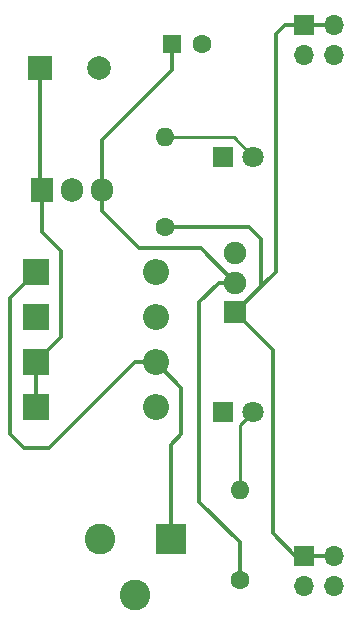
<source format=gtl>
%TF.GenerationSoftware,KiCad,Pcbnew,5.1.7-a382d34a8~87~ubuntu20.04.1*%
%TF.CreationDate,2020-11-05T15:25:51-03:00*%
%TF.ProjectId,Power_Suply,506f7765-725f-4537-9570-6c792e6b6963,1*%
%TF.SameCoordinates,Original*%
%TF.FileFunction,Copper,L1,Top*%
%TF.FilePolarity,Positive*%
%FSLAX46Y46*%
G04 Gerber Fmt 4.6, Leading zero omitted, Abs format (unit mm)*
G04 Created by KiCad (PCBNEW 5.1.7-a382d34a8~87~ubuntu20.04.1) date 2020-11-05 15:25:51*
%MOMM*%
%LPD*%
G01*
G04 APERTURE LIST*
%TA.AperFunction,ComponentPad*%
%ADD10R,2.000000X2.000000*%
%TD*%
%TA.AperFunction,ComponentPad*%
%ADD11C,2.000000*%
%TD*%
%TA.AperFunction,ComponentPad*%
%ADD12R,1.600000X1.600000*%
%TD*%
%TA.AperFunction,ComponentPad*%
%ADD13C,1.600000*%
%TD*%
%TA.AperFunction,ComponentPad*%
%ADD14O,2.200000X2.200000*%
%TD*%
%TA.AperFunction,ComponentPad*%
%ADD15R,2.200000X2.200000*%
%TD*%
%TA.AperFunction,ComponentPad*%
%ADD16R,1.800000X1.800000*%
%TD*%
%TA.AperFunction,ComponentPad*%
%ADD17C,1.800000*%
%TD*%
%TA.AperFunction,ComponentPad*%
%ADD18R,2.600000X2.600000*%
%TD*%
%TA.AperFunction,ComponentPad*%
%ADD19C,2.600000*%
%TD*%
%TA.AperFunction,ComponentPad*%
%ADD20R,1.700000X1.700000*%
%TD*%
%TA.AperFunction,ComponentPad*%
%ADD21O,1.700000X1.700000*%
%TD*%
%TA.AperFunction,ComponentPad*%
%ADD22O,1.600000X1.600000*%
%TD*%
%TA.AperFunction,ComponentPad*%
%ADD23R,1.900000X1.900000*%
%TD*%
%TA.AperFunction,ComponentPad*%
%ADD24C,1.900000*%
%TD*%
%TA.AperFunction,ComponentPad*%
%ADD25R,1.905000X2.000000*%
%TD*%
%TA.AperFunction,ComponentPad*%
%ADD26O,1.905000X2.000000*%
%TD*%
%TA.AperFunction,Conductor*%
%ADD27C,0.300000*%
%TD*%
%TA.AperFunction,Conductor*%
%ADD28C,0.250000*%
%TD*%
G04 APERTURE END LIST*
D10*
%TO.P,C1,1*%
%TO.N,/Vin*%
X53975000Y-70358000D03*
D11*
%TO.P,C1,2*%
%TO.N,/V-*%
X58975000Y-70358000D03*
%TD*%
D12*
%TO.P,C2,1*%
%TO.N,/Vout1*%
X65151000Y-68326000D03*
D13*
%TO.P,C2,2*%
%TO.N,/V-*%
X67651000Y-68326000D03*
%TD*%
D14*
%TO.P,D1,2*%
%TO.N,Net-(D1-Pad2)*%
X63754000Y-95250000D03*
D15*
%TO.P,D1,1*%
%TO.N,/Vin*%
X53594000Y-95250000D03*
%TD*%
D14*
%TO.P,D2,2*%
%TO.N,/V-*%
X63754000Y-87630000D03*
D15*
%TO.P,D2,1*%
%TO.N,Net-(D1-Pad2)*%
X53594000Y-87630000D03*
%TD*%
%TO.P,D3,1*%
%TO.N,/Vin*%
X53594000Y-99060000D03*
D14*
%TO.P,D3,2*%
%TO.N,Net-(D3-Pad2)*%
X63754000Y-99060000D03*
%TD*%
D15*
%TO.P,D4,1*%
%TO.N,Net-(D3-Pad2)*%
X53594000Y-91440000D03*
D14*
%TO.P,D4,2*%
%TO.N,/V-*%
X63754000Y-91440000D03*
%TD*%
D16*
%TO.P,D5,1*%
%TO.N,/V-*%
X69469000Y-99441000D03*
D17*
%TO.P,D5,2*%
%TO.N,Net-(D5-Pad2)*%
X72009000Y-99441000D03*
%TD*%
%TO.P,D6,2*%
%TO.N,Net-(D6-Pad2)*%
X72009000Y-77851000D03*
D16*
%TO.P,D6,1*%
%TO.N,/V-*%
X69469000Y-77851000D03*
%TD*%
D18*
%TO.P,J1,1*%
%TO.N,Net-(D1-Pad2)*%
X65024000Y-110236000D03*
D19*
%TO.P,J1,2*%
%TO.N,Net-(D3-Pad2)*%
X59024000Y-110236000D03*
%TO.P,J1,3*%
%TO.N,Net-(J1-Pad3)*%
X62024000Y-114936000D03*
%TD*%
D20*
%TO.P,J2,1*%
%TO.N,/Vout2*%
X76327000Y-66675000D03*
D21*
%TO.P,J2,2*%
X78867000Y-66675000D03*
%TO.P,J2,3*%
%TO.N,/V-*%
X76327000Y-69215000D03*
%TO.P,J2,4*%
X78867000Y-69215000D03*
%TD*%
%TO.P,J3,4*%
%TO.N,/V-*%
X78867000Y-114173000D03*
%TO.P,J3,3*%
X76327000Y-114173000D03*
%TO.P,J3,2*%
%TO.N,/Vout2*%
X78867000Y-111633000D03*
D20*
%TO.P,J3,1*%
X76327000Y-111633000D03*
%TD*%
D13*
%TO.P,R1,1*%
%TO.N,/Vout1*%
X70866000Y-113665000D03*
D22*
%TO.P,R1,2*%
%TO.N,Net-(D5-Pad2)*%
X70866000Y-106045000D03*
%TD*%
%TO.P,R2,2*%
%TO.N,Net-(D6-Pad2)*%
X64516000Y-76200000D03*
D13*
%TO.P,R2,1*%
%TO.N,/Vout2*%
X64516000Y-83820000D03*
%TD*%
D23*
%TO.P,SW1,1*%
%TO.N,/Vout2*%
X70485000Y-91026000D03*
D24*
%TO.P,SW1,2*%
%TO.N,/Vout1*%
X70485000Y-88526000D03*
%TO.P,SW1,3*%
%TO.N,Net-(SW1-Pad3)*%
X70485000Y-86026000D03*
%TD*%
D25*
%TO.P,U1,1*%
%TO.N,/Vin*%
X54102000Y-80645000D03*
D26*
%TO.P,U1,2*%
%TO.N,/V-*%
X56642000Y-80645000D03*
%TO.P,U1,3*%
%TO.N,/Vout1*%
X59182000Y-80645000D03*
%TD*%
D27*
%TO.N,/Vin*%
X53975000Y-80518000D02*
X54102000Y-80645000D01*
X53975000Y-70358000D02*
X53975000Y-80518000D01*
X53594000Y-99060000D02*
X53594000Y-95250000D01*
X54102000Y-80645000D02*
X54102000Y-84201000D01*
X54102000Y-84201000D02*
X55753000Y-85852000D01*
X55753000Y-93091000D02*
X53594000Y-95250000D01*
X55753000Y-85852000D02*
X55753000Y-93091000D01*
%TO.N,/Vout1*%
X70866000Y-113665000D02*
X70866000Y-113157000D01*
X70866000Y-113665000D02*
X70866000Y-110490000D01*
X70866000Y-110490000D02*
X67437000Y-107061000D01*
X67437000Y-107061000D02*
X67437000Y-90170000D01*
X69081000Y-88526000D02*
X70485000Y-88526000D01*
X67437000Y-90170000D02*
X69081000Y-88526000D01*
X59182000Y-80645000D02*
X59182000Y-81153000D01*
X65151000Y-68326000D02*
X65151000Y-70485000D01*
X59182000Y-76454000D02*
X59182000Y-80645000D01*
X65151000Y-70485000D02*
X59182000Y-76454000D01*
X59182000Y-80645000D02*
X59182000Y-82423000D01*
X59182000Y-82423000D02*
X62357000Y-85598000D01*
X67557000Y-85598000D02*
X70485000Y-88526000D01*
X62357000Y-85598000D02*
X67557000Y-85598000D01*
%TO.N,Net-(D1-Pad2)*%
X65024000Y-110236000D02*
X65024000Y-102235000D01*
X65024000Y-102235000D02*
X65913000Y-101346000D01*
X65913000Y-97409000D02*
X63754000Y-95250000D01*
X65913000Y-101346000D02*
X65913000Y-97409000D01*
X63754000Y-95250000D02*
X61976000Y-95250000D01*
X61976000Y-95250000D02*
X54737000Y-102489000D01*
X54737000Y-102489000D02*
X52578000Y-102489000D01*
X52578000Y-102489000D02*
X51435000Y-101346000D01*
X51435000Y-89789000D02*
X53594000Y-87630000D01*
X51435000Y-101346000D02*
X51435000Y-89789000D01*
D28*
%TO.N,Net-(D5-Pad2)*%
X70866000Y-100584000D02*
X72009000Y-99441000D01*
X70866000Y-106045000D02*
X70866000Y-100584000D01*
D27*
%TO.N,/Vout2*%
X78867000Y-111633000D02*
X76327000Y-111633000D01*
X76327000Y-111633000D02*
X75565000Y-111633000D01*
X75565000Y-111633000D02*
X73660000Y-109728000D01*
X73660000Y-94201000D02*
X70485000Y-91026000D01*
X73660000Y-109728000D02*
X73660000Y-94201000D01*
X78867000Y-66675000D02*
X76327000Y-66675000D01*
X64516000Y-83820000D02*
X71628000Y-83820000D01*
X71628000Y-83820000D02*
X72644000Y-84836000D01*
X72644000Y-88867000D02*
X70485000Y-91026000D01*
X72644000Y-84836000D02*
X72644000Y-88867000D01*
X76327000Y-66675000D02*
X74676000Y-66675000D01*
X74676000Y-66675000D02*
X73914000Y-67437000D01*
X73914000Y-87597000D02*
X70485000Y-91026000D01*
X73914000Y-67437000D02*
X73914000Y-87597000D01*
D28*
%TO.N,Net-(D6-Pad2)*%
X70358000Y-76200000D02*
X72009000Y-77851000D01*
X64516000Y-76200000D02*
X70358000Y-76200000D01*
%TD*%
M02*

</source>
